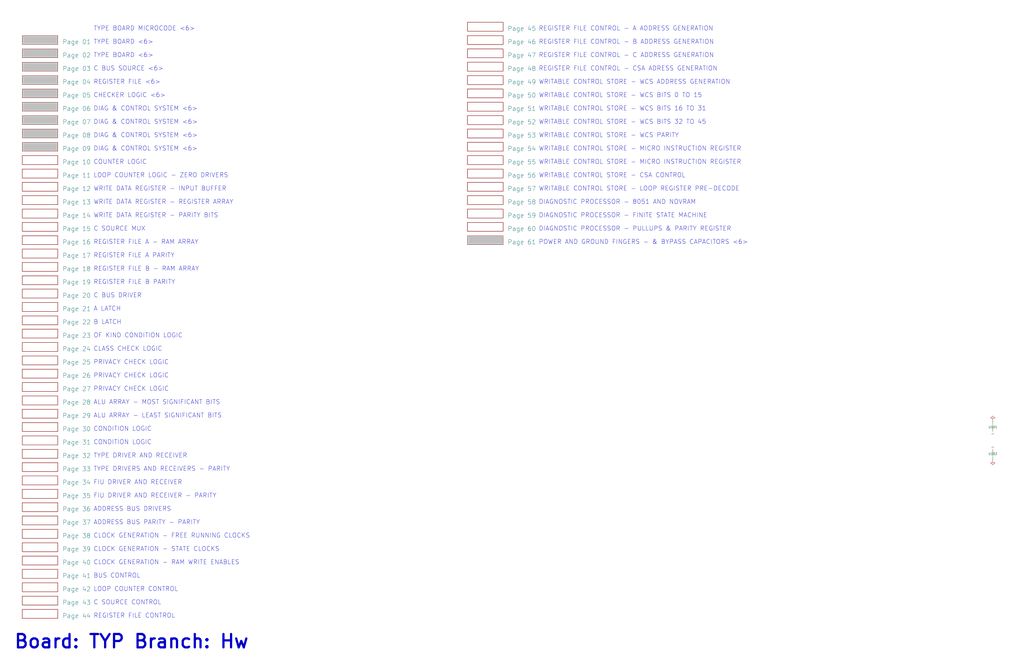
<source format=kicad_sch>
(kicad_sch (version 20230121) (generator eeschema)
  (paper "User" 584.2 378.46)
  (title_block (title "TYP Main"))
  (lib_symbols
    (symbol "r1000:PD" (power) (pin_numbers hide) (pin_names hide) (in_bom no)
      (symbol "PD_0_1"
        (polyline (pts (xy 0 -2.54) (xy 1.27 -2.54) (xy 0 -3.81) (xy -1.27 -2.54) (xy 0 -2.54)) (stroke (width 0.1524)))
      )
      (symbol "PD_1_1"
        (pin power_in line (at 0 0 270) (length 2.54) (name "PD") (number "1"))
      )
    )
    (symbol "r1000:PU" (power) (pin_numbers hide) (pin_names hide)
      (symbol "PU_0_1"
        (polyline (pts (xy 0 2.54) (xy -1.27 2.54) (xy 0 3.81) (xy 1.27 2.54) (xy 0 2.54)) (stroke (width 0.1524)))
      )
      (symbol "PU_1_1"
        (pin power_in line (at 0 0 90) (length 2.54) (name "PU") (number "1"))
      )
    )
    (symbol "r1000:Pull_Down" (pin_numbers hide) (pin_names hide)
      (property "Reference" "U" (at 0 0 0))
      (property "Value" "Pull_Down" (at 0 3.81 0))
      (symbol "Pull_Down_1_1"
        (pin power_out line (at 0 0 90) (length 2.54) (name "Out") (number "1"))
      )
    )
    (symbol "r1000:Pull_Up" (pin_numbers hide) (pin_names hide)
      (property "Reference" "U" (at 0 0 0))
      (property "Value" "Pull_Up" (at 0 -3.81 0))
      (symbol "Pull_Up_1_1"
        (pin power_out line (at 0 0 270) (length 2.54) (name "Out") (number "1"))
      )
    )
  )
  (wire (pts (xy 566.42 259.08) (xy 566.42 261.62)))
  (wire (pts (xy 566.42 241.3) (xy 566.42 243.84)))
  (text "C BUS SOURCE <6>" (at 53.34 40.64 0) (effects (font (size 2.54 2.54)) (justify left bottom)))
  (text "FIU DRIVER AND RECEIVER" (at 53.34 276.86 0) (effects (font (size 2.54 2.54)) (justify left bottom)))
  (text "DIAG & CONTROL SYSTEM <6>" (at 53.34 63.5 0) (effects (font (size 2.54 2.54)) (justify left bottom)))
  (text "POWER AND GROUND FINGERS - & BYPASS CAPACITORS <6>" (at 307.34 139.7 0) (effects (font (size 2.54 2.54)) (justify left bottom)))
  (text "LOOP COUNTER CONTROL" (at 53.34 337.82 0) (effects (font (size 2.54 2.54)) (justify left bottom)))
  (text "LOOP COUNTER LOGIC - ZERO DRIVERS" (at 53.34 101.6 0) (effects (font (size 2.54 2.54)) (justify left bottom)))
  (text "ADDRESS BUS PARITY - PARITY" (at 53.34 299.72 0) (effects (font (size 2.54 2.54)) (justify left bottom)))
  (text "REGISTER FILE CONTROL" (at 53.34 353.06 0) (effects (font (size 2.54 2.54)) (justify left bottom)))
  (text "TYPE DRIVERS AND RECEIVERS - PARITY" (at 53.34 269.24 0) (effects (font (size 2.54 2.54)) (justify left bottom)))
  (text "C BUS DRIVER" (at 53.34 170.18 0) (effects (font (size 2.54 2.54)) (justify left bottom)))
  (text "WRITABLE CONTROL STORE - WCS BITS 16 TO 31" (at 307.34 63.5 0) (effects (font (size 2.54 2.54)) (justify left bottom)))
  (text "DIAGNOSTIC PROCESSOR - 8051 AND NOVRAM" (at 307.34 116.84 0) (effects (font (size 2.54 2.54)) (justify left bottom)))
  (text "PRIVACY CHECK LOGIC" (at 53.34 223.52 0) (effects (font (size 2.54 2.54)) (justify left bottom)))
  (text "REGISTER FILE B - RAM ARRAY" (at 53.34 154.94 0) (effects (font (size 2.54 2.54)) (justify left bottom)))
  (text "CHECKER LOGIC <6>" (at 53.34 55.88 0) (effects (font (size 2.54 2.54)) (justify left bottom)))
  (text "REGISTER FILE A PARITY" (at 53.34 147.32 0) (effects (font (size 2.54 2.54)) (justify left bottom)))
  (text "REGISTER FILE CONTROL - A ADDRESS GENERATION" (at 307.34 17.78 0) (effects (font (size 2.54 2.54)) (justify left bottom)))
  (text "DIAGNOSTIC PROCESSOR - FINITE STATE MACHINE" (at 307.34 124.46 0) (effects (font (size 2.54 2.54)) (justify left bottom)))
  (text "REGISTER FILE B PARITY" (at 53.34 162.56 0) (effects (font (size 2.54 2.54)) (justify left bottom)))
  (text "C SOURCE CONTROL" (at 53.34 345.44 0) (effects (font (size 2.54 2.54)) (justify left bottom)))
  (text "DIAG & CONTROL SYSTEM <6>" (at 53.34 71.12 0) (effects (font (size 2.54 2.54)) (justify left bottom)))
  (text "REGISTER FILE A - RAM ARRAY" (at 53.34 139.7 0) (effects (font (size 2.54 2.54)) (justify left bottom)))
  (text "ADDRESS BUS DRIVERS" (at 53.34 292.1 0) (effects (font (size 2.54 2.54)) (justify left bottom)))
  (text "C SOURCE MUX" (at 53.34 132.08 0) (effects (font (size 2.54 2.54)) (justify left bottom)))
  (text "WRITABLE CONTROL STORE - CSA CONTROL" (at 307.34 101.6 0) (effects (font (size 2.54 2.54)) (justify left bottom)))
  (text "B LATCH" (at 53.34 185.42 0) (effects (font (size 2.54 2.54)) (justify left bottom)))
  (text "WRITABLE CONTROL STORE - LOOP REGISTER PRE-DECODE" (at 307.34 109.22 0) (effects (font (size 2.54 2.54)) (justify left bottom)))
  (text "CLOCK GENERATION - RAM WRITE ENABLES" (at 53.34 322.58 0) (effects (font (size 2.54 2.54)) (justify left bottom)))
  (text "FIU DRIVER AND RECEIVER - PARITY" (at 53.34 284.48 0) (effects (font (size 2.54 2.54)) (justify left bottom)))
  (text "WRITE DATA REGISTER - INPUT BUFFER" (at 53.34 109.22 0) (effects (font (size 2.54 2.54)) (justify left bottom)))
  (text "A LATCH" (at 53.34 177.8 0) (effects (font (size 2.54 2.54)) (justify left bottom)))
  (text "OF KIND CONDITION LOGIC" (at 53.34 193.04 0) (effects (font (size 2.54 2.54)) (justify left bottom)))
  (text "ALU ARRAY - LEAST SIGNIFICANT BITS" (at 53.34 238.76 0) (effects (font (size 2.54 2.54)) (justify left bottom)))
  (text "TYPE BOARD MICROCODE <6>" (at 53.34 17.78 0) (effects (font (size 2.54 2.54)) (justify left bottom)))
  (text "WRITABLE CONTROL STORE - MICRO INSTRUCTION REGISTER" (at 307.34 86.36 0) (effects (font (size 2.54 2.54)) (justify left bottom)))
  (text "DIAG & CONTROL SYSTEM <6>" (at 53.34 86.36 0) (effects (font (size 2.54 2.54)) (justify left bottom)))
  (text "CLOCK GENERATION - FREE RUNNING CLOCKS" (at 53.34 307.34 0) (effects (font (size 2.54 2.54)) (justify left bottom)))
  (text "REGISTER FILE CONTROL - B ADDRESS GENERATION" (at 307.34 25.4 0) (effects (font (size 2.54 2.54)) (justify left bottom)))
  (text "CLOCK GENERATION - STATE CLOCKS" (at 53.34 314.96 0) (effects (font (size 2.54 2.54)) (justify left bottom)))
  (text "CLASS CHECK LOGIC" (at 53.34 200.66 0) (effects (font (size 2.54 2.54)) (justify left bottom)))
  (text "PRIVACY CHECK LOGIC" (at 53.34 208.28 0) (effects (font (size 2.54 2.54)) (justify left bottom)))
  (text "WRITE DATA REGISTER - PARITY BITS" (at 53.34 124.46 0) (effects (font (size 2.54 2.54)) (justify left bottom)))
  (text "WRITABLE CONTROL STORE - WCS BITS 32 TO 45" (at 307.34 71.12 0) (effects (font (size 2.54 2.54)) (justify left bottom)))
  (text "REGISTER FILE CONTROL - C ADDRESS GENERATION" (at 307.34 33.02 0) (effects (font (size 2.54 2.54)) (justify left bottom)))
  (text "WRITE DATA REGISTER - REGISTER ARRAY" (at 53.34 116.84 0) (effects (font (size 2.54 2.54)) (justify left bottom)))
  (text "BUS CONTROL" (at 53.34 330.2 0) (effects (font (size 2.54 2.54)) (justify left bottom)))
  (text "Board: TYP Branch: Hw" (at 7.62 370.84 0) (effects (font (size 7.62 7.62) (thickness 1.27) bold) (justify left bottom)))
  (text "TYPE BOARD <6>" (at 53.34 33.02 0) (effects (font (size 2.54 2.54)) (justify left bottom)))
  (text "ALU ARRAY - MOST SIGNIFICANT BITS" (at 53.34 231.14 0) (effects (font (size 2.54 2.54)) (justify left bottom)))
  (text "CONDITION LOGIC" (at 53.34 246.38 0) (effects (font (size 2.54 2.54)) (justify left bottom)))
  (text "TYPE BOARD <6>" (at 53.34 25.4 0) (effects (font (size 2.54 2.54)) (justify left bottom)))
  (text "REGISTER FILE CONTROL - CSA ADRESS GENERATION" (at 307.34 40.64 0) (effects (font (size 2.54 2.54)) (justify left bottom)))
  (text "PRIVACY CHECK LOGIC" (at 53.34 215.9 0) (effects (font (size 2.54 2.54)) (justify left bottom)))
  (text "DIAGNOSTIC PROCESSOR - PULLUPS & PARITY REGISTER" (at 307.34 132.08 0) (effects (font (size 2.54 2.54)) (justify left bottom)))
  (text "COUNTER LOGIC" (at 53.34 93.98 0) (effects (font (size 2.54 2.54)) (justify left bottom)))
  (text "DIAG & CONTROL SYSTEM <6>" (at 53.34 78.74 0) (effects (font (size 2.54 2.54)) (justify left bottom)))
  (text "WRITABLE CONTROL STORE - WCS PARITY" (at 307.34 78.74 0) (effects (font (size 2.54 2.54)) (justify left bottom)))
  (text "REGISTER FILE <6>" (at 53.34 48.26 0) (effects (font (size 2.54 2.54)) (justify left bottom)))
  (text "WRITABLE CONTROL STORE - MICRO INSTRUCTION REGISTER" (at 307.34 93.98 0) (effects (font (size 2.54 2.54)) (justify left bottom)))
  (text "TYPE DRIVER AND RECEIVER" (at 53.34 261.62 0) (effects (font (size 2.54 2.54)) (justify left bottom)))
  (text "WRITABLE CONTROL STORE - WCS ADDRESS GENERATION" (at 307.34 48.26 0) (effects (font (size 2.54 2.54)) (justify left bottom)))
  (text "WRITABLE CONTROL STORE - WCS BITS 0 TO 15" (at 307.34 55.88 0) (effects (font (size 2.54 2.54)) (justify left bottom)))
  (text "CONDITION LOGIC" (at 53.34 254 0) (effects (font (size 2.54 2.54)) (justify left bottom)))
  (symbol (lib_id "r1000:PD") (at 566.42 261.62 0) (unit 1) (in_bom no)
    (property "Reference" "#PWR0102" (effects hide))
  )
  (symbol (lib_id "r1000:Pull_Up") (at 566.42 243.84 0) (unit 1)
    (property "Reference" "U101" (at 566.42 243.84 0))
    (property "Value" "~" (at 566.42 247.65 0) (effects (font (size 2.54 2.54))))
  )
  (symbol (lib_id "r1000:Pull_Down") (at 566.42 259.08 0) (unit 1)
    (property "Reference" "U102" (at 566.42 259.08 0))
    (property "Value" "~" (at 566.42 255.27 0) (effects (font (size 2.54 2.54))))
  )
  (symbol (lib_id "r1000:PU") (at 566.42 241.3 0) (unit 1)
    (property "Reference" "#PWR0101" (effects hide))
  )
  (sheet (at 266.7 81.28) (size 20.32 5.08)
    (property "Sheetname" "Page 54" (at 289.56 86.36 0) (effects (font (size 2.54 2.54)) (justify left bottom)))
    (property "Sheetfile" "pg_54.kicad_sch" (effects hide))
  )
  (sheet (at 12.7 218.44) (size 20.32 5.08)
    (property "Sheetname" "Page 27" (at 35.56 223.52 0) (effects (font (size 2.54 2.54)) (justify left bottom)))
    (property "Sheetfile" "pg_27.kicad_sch" (effects hide))
  )
  (sheet (at 12.7 241.3) (size 20.32 5.08)
    (property "Sheetname" "Page 30" (at 35.56 246.38 0) (effects (font (size 2.54 2.54)) (justify left bottom)))
    (property "Sheetfile" "pg_30.kicad_sch" (effects hide))
  )
  (sheet (at 12.7 347.98) (size 20.32 5.08)
    (property "Sheetname" "Page 44" (at 35.56 353.06 0) (effects (font (size 2.54 2.54)) (justify left bottom)))
    (property "Sheetfile" "pg_44.kicad_sch" (effects hide))
  )
  (sheet (at 266.7 27.94) (size 20.32 5.08)
    (property "Sheetname" "Page 47" (at 289.56 33.02 0) (effects (font (size 2.54 2.54)) (justify left bottom)))
    (property "Sheetfile" "pg_47.kicad_sch" (effects hide))
  )
  (sheet (at 12.7 309.88) (size 20.32 5.08)
    (property "Sheetname" "Page 39" (at 35.56 314.96 0) (effects (font (size 2.54 2.54)) (justify left bottom)))
    (property "Sheetfile" "pg_39.kicad_sch" (effects hide))
  )
  (sheet (at 266.7 96.52) (size 20.32 5.08)
    (property "Sheetname" "Page 56" (at 289.56 101.6 0) (effects (font (size 2.54 2.54)) (justify left bottom)))
    (property "Sheetfile" "pg_56.kicad_sch" (effects hide))
  )
  (sheet (at 12.7 104.14) (size 20.32 5.08)
    (property "Sheetname" "Page 12" (at 35.56 109.22 0) (effects (font (size 2.54 2.54)) (justify left bottom)))
    (property "Sheetfile" "pg_12.kicad_sch" (effects hide))
  )
  (sheet (at 12.7 35.56) (size 20.32 5.08) (fill (color 192 192 192 1.0000))
    (property "Sheetname" "Page 03" (at 35.56 40.64 0) (effects (font (size 2.54 2.54)) (justify left bottom)))
    (property "Sheetfile" "pg_03.kicad_sch" (effects hide))
  )
  (sheet (at 266.7 50.8) (size 20.32 5.08)
    (property "Sheetname" "Page 50" (at 289.56 55.88 0) (effects (font (size 2.54 2.54)) (justify left bottom)))
    (property "Sheetfile" "pg_50.kicad_sch" (effects hide))
  )
  (sheet (at 266.7 35.56) (size 20.32 5.08)
    (property "Sheetname" "Page 48" (at 289.56 40.64 0) (effects (font (size 2.54 2.54)) (justify left bottom)))
    (property "Sheetfile" "pg_48.kicad_sch" (effects hide))
  )
  (sheet (at 12.7 157.48) (size 20.32 5.08)
    (property "Sheetname" "Page 19" (at 35.56 162.56 0) (effects (font (size 2.54 2.54)) (justify left bottom)))
    (property "Sheetfile" "pg_19.kicad_sch" (effects hide))
  )
  (sheet (at 12.7 317.5) (size 20.32 5.08)
    (property "Sheetname" "Page 40" (at 35.56 322.58 0) (effects (font (size 2.54 2.54)) (justify left bottom)))
    (property "Sheetfile" "pg_40.kicad_sch" (effects hide))
  )
  (sheet (at 266.7 104.14) (size 20.32 5.08)
    (property "Sheetname" "Page 57" (at 289.56 109.22 0) (effects (font (size 2.54 2.54)) (justify left bottom)))
    (property "Sheetfile" "pg_57.kicad_sch" (effects hide))
  )
  (sheet (at 266.7 88.9) (size 20.32 5.08)
    (property "Sheetname" "Page 55" (at 289.56 93.98 0) (effects (font (size 2.54 2.54)) (justify left bottom)))
    (property "Sheetfile" "pg_55.kicad_sch" (effects hide))
  )
  (sheet (at 12.7 203.2) (size 20.32 5.08)
    (property "Sheetname" "Page 25" (at 35.56 208.28 0) (effects (font (size 2.54 2.54)) (justify left bottom)))
    (property "Sheetfile" "pg_25.kicad_sch" (effects hide))
  )
  (sheet (at 266.7 73.66) (size 20.32 5.08)
    (property "Sheetname" "Page 53" (at 289.56 78.74 0) (effects (font (size 2.54 2.54)) (justify left bottom)))
    (property "Sheetfile" "pg_53.kicad_sch" (effects hide))
  )
  (sheet (at 12.7 81.28) (size 20.32 5.08) (fill (color 192 192 192 1.0000))
    (property "Sheetname" "Page 09" (at 35.56 86.36 0) (effects (font (size 2.54 2.54)) (justify left bottom)))
    (property "Sheetfile" "pg_09.kicad_sch" (effects hide))
  )
  (sheet (at 12.7 172.72) (size 20.32 5.08)
    (property "Sheetname" "Page 21" (at 35.56 177.8 0) (effects (font (size 2.54 2.54)) (justify left bottom)))
    (property "Sheetfile" "pg_21.kicad_sch" (effects hide))
  )
  (sheet (at 266.7 20.32) (size 20.32 5.08)
    (property "Sheetname" "Page 46" (at 289.56 25.4 0) (effects (font (size 2.54 2.54)) (justify left bottom)))
    (property "Sheetfile" "pg_46.kicad_sch" (effects hide))
  )
  (sheet (at 12.7 302.26) (size 20.32 5.08)
    (property "Sheetname" "Page 38" (at 35.56 307.34 0) (effects (font (size 2.54 2.54)) (justify left bottom)))
    (property "Sheetfile" "pg_38.kicad_sch" (effects hide))
  )
  (sheet (at 12.7 279.4) (size 20.32 5.08)
    (property "Sheetname" "Page 35" (at 35.56 284.48 0) (effects (font (size 2.54 2.54)) (justify left bottom)))
    (property "Sheetfile" "pg_35.kicad_sch" (effects hide))
  )
  (sheet (at 12.7 88.9) (size 20.32 5.08)
    (property "Sheetname" "Page 10" (at 35.56 93.98 0) (effects (font (size 2.54 2.54)) (justify left bottom)))
    (property "Sheetfile" "pg_10.kicad_sch" (effects hide))
  )
  (sheet (at 12.7 50.8) (size 20.32 5.08) (fill (color 192 192 192 1.0000))
    (property "Sheetname" "Page 05" (at 35.56 55.88 0) (effects (font (size 2.54 2.54)) (justify left bottom)))
    (property "Sheetfile" "pg_05.kicad_sch" (effects hide))
  )
  (sheet (at 12.7 165.1) (size 20.32 5.08)
    (property "Sheetname" "Page 20" (at 35.56 170.18 0) (effects (font (size 2.54 2.54)) (justify left bottom)))
    (property "Sheetfile" "pg_20.kicad_sch" (effects hide))
  )
  (sheet (at 12.7 294.64) (size 20.32 5.08)
    (property "Sheetname" "Page 37" (at 35.56 299.72 0) (effects (font (size 2.54 2.54)) (justify left bottom)))
    (property "Sheetfile" "pg_37.kicad_sch" (effects hide))
  )
  (sheet (at 266.7 119.38) (size 20.32 5.08)
    (property "Sheetname" "Page 59" (at 289.56 124.46 0) (effects (font (size 2.54 2.54)) (justify left bottom)))
    (property "Sheetfile" "pg_59.kicad_sch" (effects hide))
  )
  (sheet (at 12.7 127) (size 20.32 5.08)
    (property "Sheetname" "Page 15" (at 35.56 132.08 0) (effects (font (size 2.54 2.54)) (justify left bottom)))
    (property "Sheetfile" "pg_15.kicad_sch" (effects hide))
  )
  (sheet (at 266.7 134.62) (size 20.32 5.08) (fill (color 192 192 192 1.0000))
    (property "Sheetname" "Page 61" (at 289.56 139.7 0) (effects (font (size 2.54 2.54)) (justify left bottom)))
    (property "Sheetfile" "pg_61.kicad_sch" (effects hide))
  )
  (sheet (at 12.7 187.96) (size 20.32 5.08)
    (property "Sheetname" "Page 23" (at 35.56 193.04 0) (effects (font (size 2.54 2.54)) (justify left bottom)))
    (property "Sheetfile" "pg_23.kicad_sch" (effects hide))
  )
  (sheet (at 12.7 340.36) (size 20.32 5.08)
    (property "Sheetname" "Page 43" (at 35.56 345.44 0) (effects (font (size 2.54 2.54)) (justify left bottom)))
    (property "Sheetfile" "pg_43.kicad_sch" (effects hide))
  )
  (sheet (at 266.7 127) (size 20.32 5.08)
    (property "Sheetname" "Page 60" (at 289.56 132.08 0) (effects (font (size 2.54 2.54)) (justify left bottom)))
    (property "Sheetfile" "pg_60.kicad_sch" (effects hide))
  )
  (sheet (at 266.7 111.76) (size 20.32 5.08)
    (property "Sheetname" "Page 58" (at 289.56 116.84 0) (effects (font (size 2.54 2.54)) (justify left bottom)))
    (property "Sheetfile" "pg_58.kicad_sch" (effects hide))
  )
  (sheet (at 12.7 332.74) (size 20.32 5.08)
    (property "Sheetname" "Page 42" (at 35.56 337.82 0) (effects (font (size 2.54 2.54)) (justify left bottom)))
    (property "Sheetfile" "pg_42.kicad_sch" (effects hide))
  )
  (sheet (at 12.7 180.34) (size 20.32 5.08)
    (property "Sheetname" "Page 22" (at 35.56 185.42 0) (effects (font (size 2.54 2.54)) (justify left bottom)))
    (property "Sheetfile" "pg_22.kicad_sch" (effects hide))
  )
  (sheet (at 12.7 20.32) (size 20.32 5.08) (fill (color 192 192 192 1.0000))
    (property "Sheetname" "Page 01" (at 35.56 25.4 0) (effects (font (size 2.54 2.54)) (justify left bottom)))
    (property "Sheetfile" "pg_01.kicad_sch" (effects hide))
  )
  (sheet (at 12.7 58.42) (size 20.32 5.08) (fill (color 192 192 192 1.0000))
    (property "Sheetname" "Page 06" (at 35.56 63.5 0) (effects (font (size 2.54 2.54)) (justify left bottom)))
    (property "Sheetfile" "pg_06.kicad_sch" (effects hide))
  )
  (sheet (at 12.7 27.94) (size 20.32 5.08) (fill (color 192 192 192 1.0000))
    (property "Sheetname" "Page 02" (at 35.56 33.02 0) (effects (font (size 2.54 2.54)) (justify left bottom)))
    (property "Sheetfile" "pg_02.kicad_sch" (effects hide))
  )
  (sheet (at 12.7 256.54) (size 20.32 5.08)
    (property "Sheetname" "Page 32" (at 35.56 261.62 0) (effects (font (size 2.54 2.54)) (justify left bottom)))
    (property "Sheetfile" "pg_32.kicad_sch" (effects hide))
  )
  (sheet (at 12.7 287.02) (size 20.32 5.08)
    (property "Sheetname" "Page 36" (at 35.56 292.1 0) (effects (font (size 2.54 2.54)) (justify left bottom)))
    (property "Sheetfile" "pg_36.kicad_sch" (effects hide))
  )
  (sheet (at 12.7 149.86) (size 20.32 5.08)
    (property "Sheetname" "Page 18" (at 35.56 154.94 0) (effects (font (size 2.54 2.54)) (justify left bottom)))
    (property "Sheetfile" "pg_18.kicad_sch" (effects hide))
  )
  (sheet (at 266.7 43.18) (size 20.32 5.08)
    (property "Sheetname" "Page 49" (at 289.56 48.26 0) (effects (font (size 2.54 2.54)) (justify left bottom)))
    (property "Sheetfile" "pg_49.kicad_sch" (effects hide))
  )
  (sheet (at 266.7 66.04) (size 20.32 5.08)
    (property "Sheetname" "Page 52" (at 289.56 71.12 0) (effects (font (size 2.54 2.54)) (justify left bottom)))
    (property "Sheetfile" "pg_52.kicad_sch" (effects hide))
  )
  (sheet (at 12.7 195.58) (size 20.32 5.08)
    (property "Sheetname" "Page 24" (at 35.56 200.66 0) (effects (font (size 2.54 2.54)) (justify left bottom)))
    (property "Sheetfile" "pg_24.kicad_sch" (effects hide))
  )
  (sheet (at 12.7 142.24) (size 20.32 5.08)
    (property "Sheetname" "Page 17" (at 35.56 147.32 0) (effects (font (size 2.54 2.54)) (justify left bottom)))
    (property "Sheetfile" "pg_17.kicad_sch" (effects hide))
  )
  (sheet (at 12.7 66.04) (size 20.32 5.08) (fill (color 192 192 192 1.0000))
    (property "Sheetname" "Page 07" (at 35.56 71.12 0) (effects (font (size 2.54 2.54)) (justify left bottom)))
    (property "Sheetfile" "pg_07.kicad_sch" (effects hide))
  )
  (sheet (at 12.7 111.76) (size 20.32 5.08)
    (property "Sheetname" "Page 13" (at 35.56 116.84 0) (effects (font (size 2.54 2.54)) (justify left bottom)))
    (property "Sheetfile" "pg_13.kicad_sch" (effects hide))
  )
  (sheet (at 266.7 12.7) (size 20.32 5.08)
    (property "Sheetname" "Page 45" (at 289.56 17.78 0) (effects (font (size 2.54 2.54)) (justify left bottom)))
    (property "Sheetfile" "pg_45.kicad_sch" (effects hide))
  )
  (sheet (at 12.7 248.92) (size 20.32 5.08)
    (property "Sheetname" "Page 31" (at 35.56 254 0) (effects (font (size 2.54 2.54)) (justify left bottom)))
    (property "Sheetfile" "pg_31.kicad_sch" (effects hide))
  )
  (sheet (at 12.7 271.78) (size 20.32 5.08)
    (property "Sheetname" "Page 34" (at 35.56 276.86 0) (effects (font (size 2.54 2.54)) (justify left bottom)))
    (property "Sheetfile" "pg_34.kicad_sch" (effects hide))
  )
  (sheet (at 12.7 325.12) (size 20.32 5.08)
    (property "Sheetname" "Page 41" (at 35.56 330.2 0) (effects (font (size 2.54 2.54)) (justify left bottom)))
    (property "Sheetfile" "pg_41.kicad_sch" (effects hide))
  )
  (sheet (at 12.7 226.06) (size 20.32 5.08)
    (property "Sheetname" "Page 28" (at 35.56 231.14 0) (effects (font (size 2.54 2.54)) (justify left bottom)))
    (property "Sheetfile" "pg_28.kicad_sch" (effects hide))
  )
  (sheet (at 12.7 73.66) (size 20.32 5.08) (fill (color 192 192 192 1.0000))
    (property "Sheetname" "Page 08" (at 35.56 78.74 0) (effects (font (size 2.54 2.54)) (justify left bottom)))
    (property "Sheetfile" "pg_08.kicad_sch" (effects hide))
  )
  (sheet (at 12.7 43.18) (size 20.32 5.08) (fill (color 192 192 192 1.0000))
    (property "Sheetname" "Page 04" (at 35.56 48.26 0) (effects (font (size 2.54 2.54)) (justify left bottom)))
    (property "Sheetfile" "pg_04.kicad_sch" (effects hide))
  )
  (sheet (at 12.7 134.62) (size 20.32 5.08)
    (property "Sheetname" "Page 16" (at 35.56 139.7 0) (effects (font (size 2.54 2.54)) (justify left bottom)))
    (property "Sheetfile" "pg_16.kicad_sch" (effects hide))
  )
  (sheet (at 12.7 119.38) (size 20.32 5.08)
    (property "Sheetname" "Page 14" (at 35.56 124.46 0) (effects (font (size 2.54 2.54)) (justify left bottom)))
    (property "Sheetfile" "pg_14.kicad_sch" (effects hide))
  )
  (sheet (at 12.7 264.16) (size 20.32 5.08)
    (property "Sheetname" "Page 33" (at 35.56 269.24 0) (effects (font (size 2.54 2.54)) (justify left bottom)))
    (property "Sheetfile" "pg_33.kicad_sch" (effects hide))
  )
  (sheet (at 12.7 96.52) (size 20.32 5.08)
    (property "Sheetname" "Page 11" (at 35.56 101.6 0) (effects (font (size 2.54 2.54)) (justify left bottom)))
    (property "Sheetfile" "pg_11.kicad_sch" (effects hide))
  )
  (sheet (at 266.7 58.42) (size 20.32 5.08)
    (property "Sheetname" "Page 51" (at 289.56 63.5 0) (effects (font (size 2.54 2.54)) (justify left bottom)))
    (property "Sheetfile" "pg_51.kicad_sch" (effects hide))
  )
  (sheet (at 12.7 210.82) (size 20.32 5.08)
    (property "Sheetname" "Page 26" (at 35.56 215.9 0) (effects (font (size 2.54 2.54)) (justify left bottom)))
    (property "Sheetfile" "pg_26.kicad_sch" (effects hide))
  )
  (sheet (at 12.7 233.68) (size 20.32 5.08)
    (property "Sheetname" "Page 29" (at 35.56 238.76 0) (effects (font (size 2.54 2.54)) (justify left bottom)))
    (property "Sheetfile" "pg_29.kicad_sch" (effects hide))
  )
)
</source>
